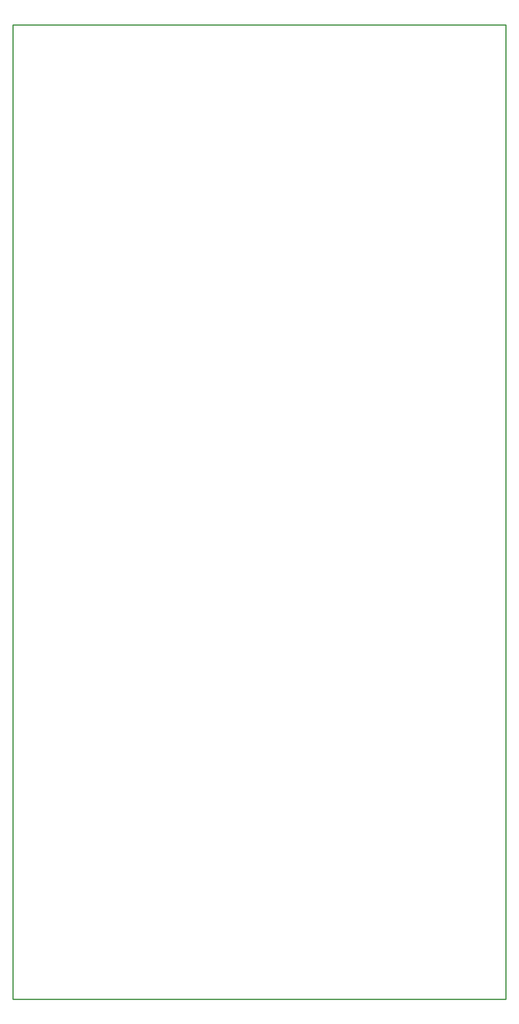
<source format=gko>
G04 Layer: BoardOutlineLayer*
G04 EasyEDA v6.5.34, 2023-08-01 23:06:14*
G04 37820599d03b44ba85b54b625c5d4239,e19817772a2549008f3c800b4464b236,10*
G04 Gerber Generator version 0.2*
G04 Scale: 100 percent, Rotated: No, Reflected: No *
G04 Dimensions in millimeters *
G04 leading zeros omitted , absolute positions ,4 integer and 5 decimal *
%FSLAX45Y45*%
%MOMM*%

%ADD10C,0.2540*%
D10*
X-5105400Y10947400D02*
G01*
X-4709160Y10947400D01*
X4978400Y10947400D01*
X4978400Y-8978900D01*
X-5105400Y-8978900D01*
X-5105400Y10693400D01*
X-5105400Y10947400D01*

%LPD*%
M02*

</source>
